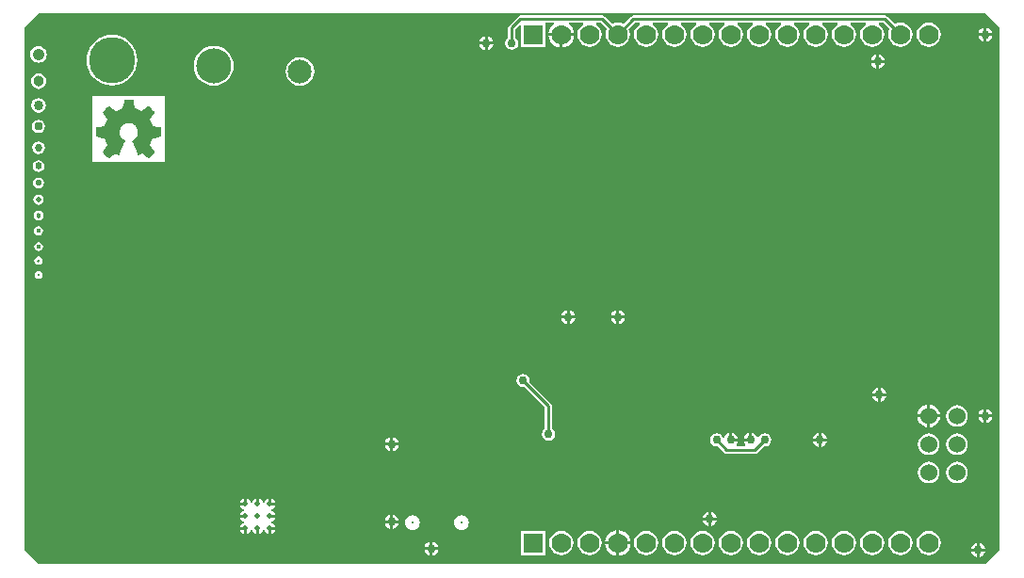
<source format=gbl>
G04 Layer_Physical_Order=2*
G04 Layer_Color=16750899*
%FSAX25Y25*%
%MOIN*%
G70*
G01*
G75*
%ADD39C,0.01000*%
%ADD40C,0.01000*%
%ADD41C,0.07000*%
%ADD42R,0.07000X0.07000*%
%ADD43C,0.06000*%
%ADD44C,0.12400*%
%ADD45C,0.08470*%
%ADD46C,0.16350*%
%ADD47C,0.03790*%
%ADD48C,0.03050*%
%ADD49C,0.02460*%
%ADD50C,0.01990*%
%ADD51C,0.01620*%
%ADD52C,0.01330*%
%ADD53C,0.03000*%
%ADD54C,0.01969*%
%ADD55C,0.01200*%
%ADD56C,0.01460*%
%ADD57C,0.01790*%
%ADD58C,0.02210*%
%ADD59C,0.02740*%
%ADD60C,0.03400*%
%ADD61C,0.04230*%
G36*
X0447500Y0292500D02*
Y0107500D01*
X0442500Y0102500D01*
X0107500D01*
X0102500Y0107500D01*
Y0292500D01*
X0107500Y0297500D01*
X0442500D01*
X0447500Y0292500D01*
D02*
G37*
%LPC*%
G36*
X0345500Y0120949D02*
Y0119000D01*
X0347449D01*
X0347355Y0119475D01*
X0346802Y0120302D01*
X0345975Y0120855D01*
X0345500Y0120949D01*
D02*
G37*
G36*
X0344500D02*
X0344024Y0120855D01*
X0343198Y0120302D01*
X0342645Y0119475D01*
X0342550Y0119000D01*
X0344500D01*
Y0120949D01*
D02*
G37*
G36*
X0233000Y0119949D02*
Y0118000D01*
X0234949D01*
X0234855Y0118475D01*
X0234302Y0119302D01*
X0233475Y0119855D01*
X0233000Y0119949D01*
D02*
G37*
G36*
X0188831Y0125754D02*
X0188557Y0125700D01*
X0187900Y0125261D01*
X0187462Y0124605D01*
X0187420Y0124397D01*
X0186910D01*
X0186869Y0124605D01*
X0186431Y0125261D01*
X0185774Y0125700D01*
X0185500Y0125754D01*
Y0123831D01*
X0184500D01*
Y0125754D01*
X0184226Y0125700D01*
X0183569Y0125261D01*
X0183131Y0124605D01*
X0183089Y0124397D01*
X0182580D01*
X0182538Y0124605D01*
X0182100Y0125261D01*
X0181444Y0125700D01*
X0181169Y0125754D01*
Y0123831D01*
X0180669D01*
Y0123331D01*
X0178746D01*
X0178800Y0123056D01*
X0179239Y0122400D01*
X0179895Y0121962D01*
X0180103Y0121920D01*
Y0121411D01*
X0179895Y0121369D01*
X0179239Y0120931D01*
X0178800Y0120274D01*
X0178746Y0120000D01*
X0180669D01*
Y0119000D01*
X0178746D01*
X0178800Y0118726D01*
X0179239Y0118069D01*
X0179895Y0117631D01*
X0180103Y0117589D01*
Y0117080D01*
X0179895Y0117038D01*
X0179239Y0116600D01*
X0178800Y0115944D01*
X0178746Y0115669D01*
X0180669D01*
Y0115169D01*
X0181169D01*
Y0113246D01*
X0181444Y0113300D01*
X0182100Y0113739D01*
X0182538Y0114395D01*
X0182580Y0114603D01*
X0183089D01*
X0183131Y0114395D01*
X0183569Y0113739D01*
X0184226Y0113300D01*
X0184500Y0113246D01*
Y0115169D01*
X0185500D01*
Y0113246D01*
X0185774Y0113300D01*
X0186431Y0113739D01*
X0186869Y0114395D01*
X0186910Y0114603D01*
X0187420D01*
X0187462Y0114395D01*
X0187900Y0113739D01*
X0188557Y0113300D01*
X0188831Y0113246D01*
Y0115169D01*
X0189331D01*
Y0115669D01*
X0191254D01*
X0191200Y0115944D01*
X0190761Y0116600D01*
X0190105Y0117038D01*
X0189897Y0117080D01*
Y0117589D01*
X0190105Y0117631D01*
X0190761Y0118069D01*
X0191200Y0118726D01*
X0191254Y0119000D01*
X0189331D01*
Y0120000D01*
X0191254D01*
X0191200Y0120274D01*
X0190761Y0120931D01*
X0190105Y0121369D01*
X0189897Y0121411D01*
Y0121920D01*
X0190105Y0121962D01*
X0190761Y0122400D01*
X0191200Y0123056D01*
X0191254Y0123331D01*
X0189331D01*
Y0123831D01*
X0188831D01*
Y0125754D01*
D02*
G37*
G36*
X0189831D02*
Y0124331D01*
X0191254D01*
X0191200Y0124605D01*
X0190761Y0125261D01*
X0190105Y0125700D01*
X0189831Y0125754D01*
D02*
G37*
G36*
X0180169D02*
X0179895Y0125700D01*
X0179239Y0125261D01*
X0178800Y0124605D01*
X0178746Y0124331D01*
X0180169D01*
Y0125754D01*
D02*
G37*
G36*
X0232000Y0119949D02*
X0231524Y0119855D01*
X0230698Y0119302D01*
X0230145Y0118475D01*
X0230050Y0118000D01*
X0232000D01*
Y0119949D01*
D02*
G37*
G36*
Y0117000D02*
X0230050D01*
X0230145Y0116525D01*
X0230698Y0115698D01*
X0231524Y0115145D01*
X0232000Y0115050D01*
Y0117000D01*
D02*
G37*
G36*
X0257161Y0119852D02*
X0256485Y0119763D01*
X0255854Y0119501D01*
X0255313Y0119086D01*
X0254897Y0118545D01*
X0254636Y0117914D01*
X0254547Y0117238D01*
X0254636Y0116561D01*
X0254897Y0115931D01*
X0255313Y0115390D01*
X0255854Y0114974D01*
X0256485Y0114713D01*
X0257161Y0114624D01*
X0257838Y0114713D01*
X0258468Y0114974D01*
X0259009Y0115390D01*
X0259424Y0115931D01*
X0259686Y0116561D01*
X0259775Y0117238D01*
X0259686Y0117914D01*
X0259424Y0118545D01*
X0259009Y0119086D01*
X0258468Y0119501D01*
X0257838Y0119763D01*
X0257161Y0119852D01*
D02*
G37*
G36*
X0239839D02*
X0239162Y0119763D01*
X0238532Y0119501D01*
X0237991Y0119086D01*
X0237576Y0118545D01*
X0237314Y0117914D01*
X0237225Y0117238D01*
X0237314Y0116561D01*
X0237576Y0115931D01*
X0237991Y0115390D01*
X0238532Y0114974D01*
X0239162Y0114713D01*
X0239839Y0114624D01*
X0240515Y0114713D01*
X0241146Y0114974D01*
X0241687Y0115390D01*
X0242103Y0115931D01*
X0242364Y0116561D01*
X0242453Y0117238D01*
X0242364Y0117914D01*
X0242103Y0118545D01*
X0241687Y0119086D01*
X0241146Y0119501D01*
X0240515Y0119763D01*
X0239839Y0119852D01*
D02*
G37*
G36*
X0347449Y0118000D02*
X0345500D01*
Y0116051D01*
X0345975Y0116145D01*
X0346802Y0116698D01*
X0347355Y0117525D01*
X0347449Y0118000D01*
D02*
G37*
G36*
X0344500D02*
X0342550D01*
X0342645Y0117525D01*
X0343198Y0116698D01*
X0344024Y0116145D01*
X0344500Y0116051D01*
Y0118000D01*
D02*
G37*
G36*
X0234949Y0117000D02*
X0233000D01*
Y0115050D01*
X0233475Y0115145D01*
X0234302Y0115698D01*
X0234855Y0116525D01*
X0234949Y0117000D01*
D02*
G37*
G36*
X0422500Y0138833D02*
X0421508Y0138702D01*
X0420584Y0138319D01*
X0419790Y0137710D01*
X0419181Y0136916D01*
X0418798Y0135992D01*
X0418667Y0135000D01*
X0418798Y0134008D01*
X0419181Y0133084D01*
X0419790Y0132290D01*
X0420584Y0131681D01*
X0421508Y0131298D01*
X0422500Y0131167D01*
X0423492Y0131298D01*
X0424416Y0131681D01*
X0425210Y0132290D01*
X0425819Y0133084D01*
X0426202Y0134008D01*
X0426333Y0135000D01*
X0426202Y0135992D01*
X0425819Y0136916D01*
X0425210Y0137710D01*
X0424416Y0138319D01*
X0423492Y0138702D01*
X0422500Y0138833D01*
D02*
G37*
G36*
X0233000Y0147450D02*
Y0145500D01*
X0234949D01*
X0234855Y0145975D01*
X0234302Y0146802D01*
X0233475Y0147355D01*
X0233000Y0147450D01*
D02*
G37*
G36*
X0232000D02*
X0231524Y0147355D01*
X0230698Y0146802D01*
X0230145Y0145975D01*
X0230050Y0145500D01*
X0232000D01*
Y0147450D01*
D02*
G37*
G36*
X0360000Y0148950D02*
Y0146500D01*
X0359500D01*
Y0146000D01*
X0357050D01*
X0357145Y0145525D01*
X0357612Y0144825D01*
X0357423Y0144325D01*
X0354577D01*
X0354388Y0144825D01*
X0354855Y0145525D01*
X0354949Y0146000D01*
X0352500D01*
Y0146500D01*
X0352000D01*
Y0148950D01*
X0351524Y0148855D01*
X0350698Y0148302D01*
X0350157Y0147494D01*
X0349862Y0147436D01*
X0349630Y0147451D01*
X0349158Y0148158D01*
X0348397Y0148667D01*
X0347500Y0148845D01*
X0346603Y0148667D01*
X0345842Y0148158D01*
X0345333Y0147397D01*
X0345155Y0146500D01*
X0345333Y0145603D01*
X0345842Y0144842D01*
X0346603Y0144333D01*
X0347500Y0144155D01*
X0347892Y0144233D01*
X0350063Y0142063D01*
X0350493Y0141775D01*
X0351000Y0141674D01*
X0361000D01*
X0361507Y0141775D01*
X0361937Y0142063D01*
X0364107Y0144233D01*
X0364500Y0144155D01*
X0365397Y0144333D01*
X0366158Y0144842D01*
X0366667Y0145603D01*
X0366845Y0146500D01*
X0366667Y0147397D01*
X0366158Y0148158D01*
X0365397Y0148667D01*
X0364500Y0148845D01*
X0363603Y0148667D01*
X0362842Y0148158D01*
X0362369Y0147451D01*
X0362138Y0147436D01*
X0361843Y0147494D01*
X0361302Y0148302D01*
X0360475Y0148855D01*
X0360000Y0148950D01*
D02*
G37*
G36*
X0359000D02*
X0358524Y0148855D01*
X0357698Y0148302D01*
X0357145Y0147476D01*
X0357050Y0147000D01*
X0359000D01*
Y0148950D01*
D02*
G37*
G36*
X0353000D02*
Y0147000D01*
X0354949D01*
X0354855Y0147476D01*
X0354302Y0148302D01*
X0353475Y0148855D01*
X0353000Y0148950D01*
D02*
G37*
G36*
X0279000Y0169845D02*
X0278103Y0169667D01*
X0277342Y0169158D01*
X0276833Y0168397D01*
X0276655Y0167500D01*
X0276833Y0166603D01*
X0277342Y0165842D01*
X0278103Y0165333D01*
X0279000Y0165155D01*
X0279393Y0165233D01*
X0286659Y0157967D01*
Y0150381D01*
X0286326Y0150158D01*
X0285818Y0149397D01*
X0285639Y0148500D01*
X0285818Y0147603D01*
X0286326Y0146842D01*
X0287087Y0146333D01*
X0287984Y0146155D01*
X0288882Y0146333D01*
X0289643Y0146842D01*
X0290151Y0147603D01*
X0290329Y0148500D01*
X0290151Y0149397D01*
X0289643Y0150158D01*
X0289310Y0150381D01*
Y0158516D01*
X0289209Y0159023D01*
X0288921Y0159453D01*
X0281267Y0167107D01*
X0281345Y0167500D01*
X0281167Y0168397D01*
X0280658Y0169158D01*
X0279897Y0169667D01*
X0279000Y0169845D01*
D02*
G37*
G36*
X0386450Y0146000D02*
X0384500D01*
Y0144051D01*
X0384976Y0144145D01*
X0385802Y0144698D01*
X0386355Y0145525D01*
X0386450Y0146000D01*
D02*
G37*
G36*
X0432500Y0148833D02*
X0431508Y0148702D01*
X0430584Y0148319D01*
X0429790Y0147710D01*
X0429181Y0146916D01*
X0428798Y0145992D01*
X0428667Y0145000D01*
X0428798Y0144008D01*
X0429181Y0143084D01*
X0429790Y0142290D01*
X0430584Y0141681D01*
X0431508Y0141298D01*
X0432500Y0141167D01*
X0433492Y0141298D01*
X0434416Y0141681D01*
X0435210Y0142290D01*
X0435819Y0143084D01*
X0436202Y0144008D01*
X0436333Y0145000D01*
X0436202Y0145992D01*
X0435819Y0146916D01*
X0435210Y0147710D01*
X0434416Y0148319D01*
X0433492Y0148702D01*
X0432500Y0148833D01*
D02*
G37*
G36*
X0422500D02*
X0421508Y0148702D01*
X0420584Y0148319D01*
X0419790Y0147710D01*
X0419181Y0146916D01*
X0418798Y0145992D01*
X0418667Y0145000D01*
X0418798Y0144008D01*
X0419181Y0143084D01*
X0419790Y0142290D01*
X0420584Y0141681D01*
X0421508Y0141298D01*
X0422500Y0141167D01*
X0423492Y0141298D01*
X0424416Y0141681D01*
X0425210Y0142290D01*
X0425819Y0143084D01*
X0426202Y0144008D01*
X0426333Y0145000D01*
X0426202Y0145992D01*
X0425819Y0146916D01*
X0425210Y0147710D01*
X0424416Y0148319D01*
X0423492Y0148702D01*
X0422500Y0148833D01*
D02*
G37*
G36*
X0432500Y0138833D02*
X0431508Y0138702D01*
X0430584Y0138319D01*
X0429790Y0137710D01*
X0429181Y0136916D01*
X0428798Y0135992D01*
X0428667Y0135000D01*
X0428798Y0134008D01*
X0429181Y0133084D01*
X0429790Y0132290D01*
X0430584Y0131681D01*
X0431508Y0131298D01*
X0432500Y0131167D01*
X0433492Y0131298D01*
X0434416Y0131681D01*
X0435210Y0132290D01*
X0435819Y0133084D01*
X0436202Y0134008D01*
X0436333Y0135000D01*
X0436202Y0135992D01*
X0435819Y0136916D01*
X0435210Y0137710D01*
X0434416Y0138319D01*
X0433492Y0138702D01*
X0432500Y0138833D01*
D02*
G37*
G36*
X0383500Y0146000D02*
X0381551D01*
X0381645Y0145525D01*
X0382198Y0144698D01*
X0383025Y0144145D01*
X0383500Y0144051D01*
Y0146000D01*
D02*
G37*
G36*
X0234949Y0144500D02*
X0233000D01*
Y0142551D01*
X0233475Y0142645D01*
X0234302Y0143198D01*
X0234855Y0144025D01*
X0234949Y0144500D01*
D02*
G37*
G36*
X0232000D02*
X0230050D01*
X0230145Y0144025D01*
X0230698Y0143198D01*
X0231524Y0142645D01*
X0232000Y0142551D01*
Y0144500D01*
D02*
G37*
G36*
X0191254Y0114669D02*
X0189831D01*
Y0113246D01*
X0190105Y0113300D01*
X0190761Y0113739D01*
X0191200Y0114395D01*
X0191254Y0114669D01*
D02*
G37*
G36*
X0332500Y0114337D02*
X0331378Y0114189D01*
X0330331Y0113756D01*
X0329433Y0113067D01*
X0328744Y0112169D01*
X0328311Y0111123D01*
X0328163Y0110000D01*
X0328311Y0108878D01*
X0328744Y0107831D01*
X0329433Y0106933D01*
X0330331Y0106244D01*
X0331378Y0105811D01*
X0332500Y0105663D01*
X0333623Y0105811D01*
X0334669Y0106244D01*
X0335567Y0106933D01*
X0336256Y0107831D01*
X0336689Y0108878D01*
X0336837Y0110000D01*
X0336689Y0111123D01*
X0336256Y0112169D01*
X0335567Y0113067D01*
X0334669Y0113756D01*
X0333623Y0114189D01*
X0332500Y0114337D01*
D02*
G37*
G36*
X0322500D02*
X0321377Y0114189D01*
X0320331Y0113756D01*
X0319433Y0113067D01*
X0318744Y0112169D01*
X0318311Y0111123D01*
X0318163Y0110000D01*
X0318311Y0108878D01*
X0318744Y0107831D01*
X0319433Y0106933D01*
X0320331Y0106244D01*
X0321377Y0105811D01*
X0322500Y0105663D01*
X0323622Y0105811D01*
X0324669Y0106244D01*
X0325567Y0106933D01*
X0326256Y0107831D01*
X0326689Y0108878D01*
X0326837Y0110000D01*
X0326689Y0111123D01*
X0326256Y0112169D01*
X0325567Y0113067D01*
X0324669Y0113756D01*
X0323622Y0114189D01*
X0322500Y0114337D01*
D02*
G37*
G36*
X0302500D02*
X0301378Y0114189D01*
X0300331Y0113756D01*
X0299433Y0113067D01*
X0298744Y0112169D01*
X0298311Y0111123D01*
X0298163Y0110000D01*
X0298311Y0108878D01*
X0298744Y0107831D01*
X0299433Y0106933D01*
X0300331Y0106244D01*
X0301378Y0105811D01*
X0302500Y0105663D01*
X0303623Y0105811D01*
X0304669Y0106244D01*
X0305567Y0106933D01*
X0306256Y0107831D01*
X0306689Y0108878D01*
X0306837Y0110000D01*
X0306689Y0111123D01*
X0306256Y0112169D01*
X0305567Y0113067D01*
X0304669Y0113756D01*
X0303623Y0114189D01*
X0302500Y0114337D01*
D02*
G37*
G36*
X0362500D02*
X0361378Y0114189D01*
X0360331Y0113756D01*
X0359433Y0113067D01*
X0358744Y0112169D01*
X0358311Y0111123D01*
X0358163Y0110000D01*
X0358311Y0108878D01*
X0358744Y0107831D01*
X0359433Y0106933D01*
X0360331Y0106244D01*
X0361378Y0105811D01*
X0362500Y0105663D01*
X0363622Y0105811D01*
X0364669Y0106244D01*
X0365567Y0106933D01*
X0366256Y0107831D01*
X0366689Y0108878D01*
X0366837Y0110000D01*
X0366689Y0111123D01*
X0366256Y0112169D01*
X0365567Y0113067D01*
X0364669Y0113756D01*
X0363622Y0114189D01*
X0362500Y0114337D01*
D02*
G37*
G36*
X0352500D02*
X0351378Y0114189D01*
X0350331Y0113756D01*
X0349433Y0113067D01*
X0348744Y0112169D01*
X0348311Y0111123D01*
X0348163Y0110000D01*
X0348311Y0108878D01*
X0348744Y0107831D01*
X0349433Y0106933D01*
X0350331Y0106244D01*
X0351378Y0105811D01*
X0352500Y0105663D01*
X0353623Y0105811D01*
X0354669Y0106244D01*
X0355567Y0106933D01*
X0356256Y0107831D01*
X0356689Y0108878D01*
X0356837Y0110000D01*
X0356689Y0111123D01*
X0356256Y0112169D01*
X0355567Y0113067D01*
X0354669Y0113756D01*
X0353623Y0114189D01*
X0352500Y0114337D01*
D02*
G37*
G36*
X0342500D02*
X0341377Y0114189D01*
X0340331Y0113756D01*
X0339433Y0113067D01*
X0338744Y0112169D01*
X0338311Y0111123D01*
X0338163Y0110000D01*
X0338311Y0108878D01*
X0338744Y0107831D01*
X0339433Y0106933D01*
X0340331Y0106244D01*
X0341377Y0105811D01*
X0342500Y0105663D01*
X0343622Y0105811D01*
X0344669Y0106244D01*
X0345567Y0106933D01*
X0346256Y0107831D01*
X0346689Y0108878D01*
X0346837Y0110000D01*
X0346689Y0111123D01*
X0346256Y0112169D01*
X0345567Y0113067D01*
X0344669Y0113756D01*
X0343622Y0114189D01*
X0342500Y0114337D01*
D02*
G37*
G36*
X0292500D02*
X0291377Y0114189D01*
X0290331Y0113756D01*
X0289433Y0113067D01*
X0288744Y0112169D01*
X0288311Y0111123D01*
X0288163Y0110000D01*
X0288311Y0108878D01*
X0288744Y0107831D01*
X0289433Y0106933D01*
X0290331Y0106244D01*
X0291377Y0105811D01*
X0292500Y0105663D01*
X0293622Y0105811D01*
X0294669Y0106244D01*
X0295567Y0106933D01*
X0296256Y0107831D01*
X0296689Y0108878D01*
X0296837Y0110000D01*
X0296689Y0111123D01*
X0296256Y0112169D01*
X0295567Y0113067D01*
X0294669Y0113756D01*
X0293622Y0114189D01*
X0292500Y0114337D01*
D02*
G37*
G36*
X0312000Y0109500D02*
X0308027D01*
X0308116Y0108825D01*
X0308569Y0107731D01*
X0309291Y0106791D01*
X0310231Y0106069D01*
X0311325Y0105616D01*
X0312000Y0105527D01*
Y0109500D01*
D02*
G37*
G36*
X0442450Y0107000D02*
X0440500D01*
Y0105051D01*
X0440976Y0105145D01*
X0441802Y0105698D01*
X0442355Y0106525D01*
X0442450Y0107000D01*
D02*
G37*
G36*
X0439500D02*
X0437550D01*
X0437645Y0106525D01*
X0438198Y0105698D01*
X0439024Y0105145D01*
X0439500Y0105051D01*
Y0107000D01*
D02*
G37*
G36*
X0248950Y0107500D02*
X0247000D01*
Y0105551D01*
X0247476Y0105645D01*
X0248302Y0106198D01*
X0248855Y0107025D01*
X0248950Y0107500D01*
D02*
G37*
G36*
X0246000D02*
X0244051D01*
X0244145Y0107025D01*
X0244698Y0106198D01*
X0245525Y0105645D01*
X0246000Y0105551D01*
Y0107500D01*
D02*
G37*
G36*
X0316973Y0109500D02*
X0313000D01*
Y0105527D01*
X0313675Y0105616D01*
X0314769Y0106069D01*
X0315709Y0106791D01*
X0316431Y0107731D01*
X0316884Y0108825D01*
X0316973Y0109500D01*
D02*
G37*
G36*
X0372500Y0114337D02*
X0371377Y0114189D01*
X0370331Y0113756D01*
X0369433Y0113067D01*
X0368744Y0112169D01*
X0368311Y0111123D01*
X0368163Y0110000D01*
X0368311Y0108878D01*
X0368744Y0107831D01*
X0369433Y0106933D01*
X0370331Y0106244D01*
X0371377Y0105811D01*
X0372500Y0105663D01*
X0373622Y0105811D01*
X0374669Y0106244D01*
X0375567Y0106933D01*
X0376256Y0107831D01*
X0376689Y0108878D01*
X0376837Y0110000D01*
X0376689Y0111123D01*
X0376256Y0112169D01*
X0375567Y0113067D01*
X0374669Y0113756D01*
X0373622Y0114189D01*
X0372500Y0114337D01*
D02*
G37*
G36*
X0247000Y0110450D02*
Y0108500D01*
X0248950D01*
X0248855Y0108976D01*
X0248302Y0109802D01*
X0247476Y0110355D01*
X0247000Y0110450D01*
D02*
G37*
G36*
X0246000D02*
X0245525Y0110355D01*
X0244698Y0109802D01*
X0244145Y0108976D01*
X0244051Y0108500D01*
X0246000D01*
Y0110450D01*
D02*
G37*
G36*
X0440500Y0109950D02*
Y0108000D01*
X0442450D01*
X0442355Y0108475D01*
X0441802Y0109302D01*
X0440976Y0109855D01*
X0440500Y0109950D01*
D02*
G37*
G36*
X0180169Y0114669D02*
X0178746D01*
X0178800Y0114395D01*
X0179239Y0113739D01*
X0179895Y0113300D01*
X0180169Y0113246D01*
Y0114669D01*
D02*
G37*
G36*
X0313000Y0114473D02*
Y0110500D01*
X0316973D01*
X0316884Y0111175D01*
X0316431Y0112269D01*
X0315709Y0113209D01*
X0314769Y0113931D01*
X0313675Y0114384D01*
X0313000Y0114473D01*
D02*
G37*
G36*
X0312000D02*
X0311325Y0114384D01*
X0310231Y0113931D01*
X0309291Y0113209D01*
X0308569Y0112269D01*
X0308116Y0111175D01*
X0308027Y0110500D01*
X0312000D01*
Y0114473D01*
D02*
G37*
G36*
X0439500Y0109950D02*
X0439024Y0109855D01*
X0438198Y0109302D01*
X0437645Y0108475D01*
X0437550Y0108000D01*
X0439500D01*
Y0109950D01*
D02*
G37*
G36*
X0402500Y0114337D02*
X0401377Y0114189D01*
X0400331Y0113756D01*
X0399433Y0113067D01*
X0398744Y0112169D01*
X0398311Y0111123D01*
X0398163Y0110000D01*
X0398311Y0108878D01*
X0398744Y0107831D01*
X0399433Y0106933D01*
X0400331Y0106244D01*
X0401377Y0105811D01*
X0402500Y0105663D01*
X0403622Y0105811D01*
X0404669Y0106244D01*
X0405567Y0106933D01*
X0406256Y0107831D01*
X0406689Y0108878D01*
X0406837Y0110000D01*
X0406689Y0111123D01*
X0406256Y0112169D01*
X0405567Y0113067D01*
X0404669Y0113756D01*
X0403622Y0114189D01*
X0402500Y0114337D01*
D02*
G37*
G36*
X0392500D02*
X0391377Y0114189D01*
X0390331Y0113756D01*
X0389433Y0113067D01*
X0388744Y0112169D01*
X0388311Y0111123D01*
X0388163Y0110000D01*
X0388311Y0108878D01*
X0388744Y0107831D01*
X0389433Y0106933D01*
X0390331Y0106244D01*
X0391377Y0105811D01*
X0392500Y0105663D01*
X0393622Y0105811D01*
X0394669Y0106244D01*
X0395567Y0106933D01*
X0396256Y0107831D01*
X0396689Y0108878D01*
X0396837Y0110000D01*
X0396689Y0111123D01*
X0396256Y0112169D01*
X0395567Y0113067D01*
X0394669Y0113756D01*
X0393622Y0114189D01*
X0392500Y0114337D01*
D02*
G37*
G36*
X0382500D02*
X0381378Y0114189D01*
X0380331Y0113756D01*
X0379433Y0113067D01*
X0378744Y0112169D01*
X0378311Y0111123D01*
X0378163Y0110000D01*
X0378311Y0108878D01*
X0378744Y0107831D01*
X0379433Y0106933D01*
X0380331Y0106244D01*
X0381378Y0105811D01*
X0382500Y0105663D01*
X0383623Y0105811D01*
X0384669Y0106244D01*
X0385567Y0106933D01*
X0386256Y0107831D01*
X0386689Y0108878D01*
X0386837Y0110000D01*
X0386689Y0111123D01*
X0386256Y0112169D01*
X0385567Y0113067D01*
X0384669Y0113756D01*
X0383623Y0114189D01*
X0382500Y0114337D01*
D02*
G37*
G36*
X0286800Y0114300D02*
X0278200D01*
Y0105700D01*
X0286800D01*
Y0114300D01*
D02*
G37*
G36*
X0422500Y0114337D02*
X0421378Y0114189D01*
X0420331Y0113756D01*
X0419433Y0113067D01*
X0418744Y0112169D01*
X0418311Y0111123D01*
X0418163Y0110000D01*
X0418311Y0108878D01*
X0418744Y0107831D01*
X0419433Y0106933D01*
X0420331Y0106244D01*
X0421378Y0105811D01*
X0422500Y0105663D01*
X0423623Y0105811D01*
X0424669Y0106244D01*
X0425567Y0106933D01*
X0426256Y0107831D01*
X0426689Y0108878D01*
X0426837Y0110000D01*
X0426689Y0111123D01*
X0426256Y0112169D01*
X0425567Y0113067D01*
X0424669Y0113756D01*
X0423623Y0114189D01*
X0422500Y0114337D01*
D02*
G37*
G36*
X0412500D02*
X0411377Y0114189D01*
X0410331Y0113756D01*
X0409433Y0113067D01*
X0408744Y0112169D01*
X0408311Y0111123D01*
X0408163Y0110000D01*
X0408311Y0108878D01*
X0408744Y0107831D01*
X0409433Y0106933D01*
X0410331Y0106244D01*
X0411377Y0105811D01*
X0412500Y0105663D01*
X0413623Y0105811D01*
X0414669Y0106244D01*
X0415567Y0106933D01*
X0416256Y0107831D01*
X0416689Y0108878D01*
X0416837Y0110000D01*
X0416689Y0111123D01*
X0416256Y0112169D01*
X0415567Y0113067D01*
X0414669Y0113756D01*
X0413623Y0114189D01*
X0412500Y0114337D01*
D02*
G37*
G36*
X0169500Y0286034D02*
X0168128Y0285899D01*
X0166808Y0285498D01*
X0165592Y0284848D01*
X0164526Y0283974D01*
X0163652Y0282908D01*
X0163002Y0281692D01*
X0162601Y0280372D01*
X0162466Y0279000D01*
X0162601Y0277628D01*
X0163002Y0276308D01*
X0163652Y0275092D01*
X0164526Y0274026D01*
X0165592Y0273151D01*
X0166808Y0272501D01*
X0168128Y0272101D01*
X0169500Y0271966D01*
X0170872Y0272101D01*
X0172192Y0272501D01*
X0173408Y0273151D01*
X0174474Y0274026D01*
X0175348Y0275092D01*
X0175998Y0276308D01*
X0176399Y0277628D01*
X0176534Y0279000D01*
X0176399Y0280372D01*
X0175998Y0281692D01*
X0175348Y0282908D01*
X0174474Y0283974D01*
X0173408Y0284848D01*
X0172192Y0285498D01*
X0170872Y0285899D01*
X0169500Y0286034D01*
D02*
G37*
G36*
X0200000Y0282079D02*
X0198686Y0281905D01*
X0197461Y0281398D01*
X0196409Y0280591D01*
X0195602Y0279539D01*
X0195095Y0278314D01*
X0194922Y0277000D01*
X0195095Y0275686D01*
X0195602Y0274461D01*
X0196409Y0273409D01*
X0197461Y0272602D01*
X0198686Y0272095D01*
X0200000Y0271921D01*
X0201314Y0272095D01*
X0202539Y0272602D01*
X0203591Y0273409D01*
X0204398Y0274461D01*
X0204905Y0275686D01*
X0205079Y0277000D01*
X0204905Y0278314D01*
X0204398Y0279539D01*
X0203591Y0280591D01*
X0202539Y0281398D01*
X0201314Y0281905D01*
X0200000Y0282079D01*
D02*
G37*
G36*
X0107500Y0276218D02*
X0106797Y0276126D01*
X0106141Y0275854D01*
X0105578Y0275422D01*
X0105146Y0274859D01*
X0104874Y0274203D01*
X0104782Y0273500D01*
X0104874Y0272797D01*
X0105146Y0272141D01*
X0105578Y0271578D01*
X0106141Y0271146D01*
X0106797Y0270874D01*
X0107500Y0270782D01*
X0108203Y0270874D01*
X0108859Y0271146D01*
X0109422Y0271578D01*
X0109854Y0272141D01*
X0110126Y0272797D01*
X0110218Y0273500D01*
X0110126Y0274203D01*
X0109854Y0274859D01*
X0109422Y0275422D01*
X0108859Y0275854D01*
X0108203Y0276126D01*
X0107500Y0276218D01*
D02*
G37*
G36*
X0133500Y0290018D02*
X0131741Y0289845D01*
X0130049Y0289332D01*
X0128490Y0288498D01*
X0127123Y0287377D01*
X0126001Y0286010D01*
X0125168Y0284451D01*
X0124655Y0282759D01*
X0124482Y0281000D01*
X0124655Y0279241D01*
X0125168Y0277549D01*
X0126001Y0275990D01*
X0127123Y0274623D01*
X0128490Y0273501D01*
X0130049Y0272668D01*
X0131741Y0272155D01*
X0133500Y0271982D01*
X0135259Y0272155D01*
X0136951Y0272668D01*
X0138510Y0273501D01*
X0139877Y0274623D01*
X0140999Y0275990D01*
X0141832Y0277549D01*
X0142345Y0279241D01*
X0142518Y0281000D01*
X0142345Y0282759D01*
X0141832Y0284451D01*
X0140999Y0286010D01*
X0139877Y0287377D01*
X0138510Y0288498D01*
X0136951Y0289332D01*
X0135259Y0289845D01*
X0133500Y0290018D01*
D02*
G37*
G36*
X0107500Y0285940D02*
X0106739Y0285840D01*
X0106030Y0285546D01*
X0105421Y0285079D01*
X0104954Y0284470D01*
X0104660Y0283761D01*
X0104560Y0283000D01*
X0104660Y0282239D01*
X0104954Y0281530D01*
X0105421Y0280921D01*
X0106030Y0280454D01*
X0106739Y0280160D01*
X0107500Y0280060D01*
X0108261Y0280160D01*
X0108970Y0280454D01*
X0109579Y0280921D01*
X0110046Y0281530D01*
X0110340Y0282239D01*
X0110440Y0283000D01*
X0110340Y0283761D01*
X0110046Y0284470D01*
X0109579Y0285079D01*
X0108970Y0285546D01*
X0108261Y0285840D01*
X0107500Y0285940D01*
D02*
G37*
G36*
X0406950Y0280000D02*
X0405000D01*
Y0278050D01*
X0405476Y0278145D01*
X0406302Y0278698D01*
X0406855Y0279524D01*
X0406950Y0280000D01*
D02*
G37*
G36*
X0404000D02*
X0402050D01*
X0402145Y0279524D01*
X0402698Y0278698D01*
X0403524Y0278145D01*
X0404000Y0278050D01*
Y0280000D01*
D02*
G37*
G36*
X0107500Y0245570D02*
X0106708Y0245412D01*
X0106036Y0244964D01*
X0105588Y0244292D01*
X0105430Y0243500D01*
X0105588Y0242708D01*
X0106036Y0242037D01*
X0106708Y0241588D01*
X0107500Y0241430D01*
X0108292Y0241588D01*
X0108964Y0242037D01*
X0109412Y0242708D01*
X0109570Y0243500D01*
X0109412Y0244292D01*
X0108964Y0244964D01*
X0108292Y0245412D01*
X0107500Y0245570D01*
D02*
G37*
G36*
Y0239442D02*
X0106757Y0239295D01*
X0106127Y0238873D01*
X0105705Y0238243D01*
X0105558Y0237500D01*
X0105705Y0236757D01*
X0106127Y0236127D01*
X0106757Y0235705D01*
X0107500Y0235558D01*
X0108243Y0235705D01*
X0108873Y0236127D01*
X0109294Y0236757D01*
X0109442Y0237500D01*
X0109294Y0238243D01*
X0108873Y0238873D01*
X0108243Y0239295D01*
X0107500Y0239442D01*
D02*
G37*
G36*
Y0233330D02*
X0106800Y0233191D01*
X0106206Y0232794D01*
X0105809Y0232200D01*
X0105670Y0231500D01*
X0105809Y0230800D01*
X0106206Y0230206D01*
X0106800Y0229809D01*
X0107500Y0229670D01*
X0108200Y0229809D01*
X0108794Y0230206D01*
X0109191Y0230800D01*
X0109330Y0231500D01*
X0109191Y0232200D01*
X0108794Y0232794D01*
X0108200Y0233191D01*
X0107500Y0233330D01*
D02*
G37*
G36*
X0152319Y0268401D02*
X0126562D01*
Y0244941D01*
X0152319D01*
Y0268401D01*
D02*
G37*
G36*
X0107500Y0267549D02*
X0106525Y0267355D01*
X0105698Y0266802D01*
X0105145Y0265975D01*
X0104951Y0265000D01*
X0105145Y0264024D01*
X0105698Y0263198D01*
X0106525Y0262645D01*
X0107500Y0262451D01*
X0108475Y0262645D01*
X0109302Y0263198D01*
X0109855Y0264024D01*
X0110049Y0265000D01*
X0109855Y0265975D01*
X0109302Y0266802D01*
X0108475Y0267355D01*
X0107500Y0267549D01*
D02*
G37*
G36*
Y0259871D02*
X0106593Y0259690D01*
X0105824Y0259176D01*
X0105310Y0258407D01*
X0105129Y0257500D01*
X0105310Y0256593D01*
X0105824Y0255824D01*
X0106593Y0255310D01*
X0107500Y0255129D01*
X0108407Y0255310D01*
X0109176Y0255824D01*
X0109690Y0256593D01*
X0109871Y0257500D01*
X0109690Y0258407D01*
X0109176Y0259176D01*
X0108407Y0259690D01*
X0107500Y0259871D01*
D02*
G37*
G36*
Y0252213D02*
X0106653Y0252044D01*
X0105936Y0251565D01*
X0105456Y0250847D01*
X0105288Y0250000D01*
X0105456Y0249153D01*
X0105936Y0248435D01*
X0106653Y0247956D01*
X0107500Y0247787D01*
X0108347Y0247956D01*
X0109064Y0248435D01*
X0109544Y0249153D01*
X0109713Y0250000D01*
X0109544Y0250847D01*
X0109064Y0251565D01*
X0108347Y0252044D01*
X0107500Y0252213D01*
D02*
G37*
G36*
X0442000Y0289500D02*
X0440051D01*
X0440145Y0289024D01*
X0440698Y0288198D01*
X0441525Y0287645D01*
X0442000Y0287550D01*
Y0289500D01*
D02*
G37*
G36*
X0266500Y0289450D02*
Y0287500D01*
X0268449D01*
X0268355Y0287976D01*
X0267802Y0288802D01*
X0266975Y0289355D01*
X0266500Y0289450D01*
D02*
G37*
G36*
X0265500D02*
X0265024Y0289355D01*
X0264198Y0288802D01*
X0263645Y0287976D01*
X0263550Y0287500D01*
X0265500D01*
Y0289450D01*
D02*
G37*
G36*
X0444949Y0289500D02*
X0443000D01*
Y0287550D01*
X0443475Y0287645D01*
X0444302Y0288198D01*
X0444855Y0289024D01*
X0444949Y0289500D01*
D02*
G37*
G36*
X0407000Y0296826D02*
X0318000D01*
X0317493Y0296725D01*
X0317063Y0296437D01*
X0314466Y0293840D01*
X0313622Y0294189D01*
X0312500Y0294337D01*
X0311378Y0294189D01*
X0310534Y0293840D01*
X0307937Y0296437D01*
X0307507Y0296725D01*
X0307000Y0296826D01*
X0278000D01*
X0277493Y0296725D01*
X0277063Y0296437D01*
X0274063Y0293437D01*
X0273775Y0293007D01*
X0273675Y0292500D01*
Y0288880D01*
X0273342Y0288658D01*
X0272833Y0287897D01*
X0272655Y0287000D01*
X0272833Y0286103D01*
X0273342Y0285342D01*
X0274103Y0284833D01*
X0275000Y0284655D01*
X0275897Y0284833D01*
X0276658Y0285342D01*
X0277167Y0286103D01*
X0277345Y0287000D01*
X0277167Y0287897D01*
X0276658Y0288658D01*
X0276325Y0288880D01*
Y0291951D01*
X0277738Y0293364D01*
X0278200Y0293172D01*
Y0285700D01*
X0286800D01*
Y0294175D01*
X0289727D01*
X0289897Y0293674D01*
X0289291Y0293209D01*
X0288569Y0292269D01*
X0288116Y0291175D01*
X0288027Y0290500D01*
X0296973D01*
X0296884Y0291175D01*
X0296431Y0292269D01*
X0295709Y0293209D01*
X0295103Y0293674D01*
X0295273Y0294175D01*
X0300109D01*
X0300225Y0293674D01*
X0299433Y0293067D01*
X0298744Y0292169D01*
X0298311Y0291123D01*
X0298163Y0290000D01*
X0298311Y0288878D01*
X0298744Y0287831D01*
X0299433Y0286933D01*
X0300331Y0286244D01*
X0301378Y0285811D01*
X0302500Y0285663D01*
X0303623Y0285811D01*
X0304669Y0286244D01*
X0305567Y0286933D01*
X0306256Y0287831D01*
X0306689Y0288878D01*
X0306837Y0290000D01*
X0306689Y0291123D01*
X0306256Y0292169D01*
X0305567Y0293067D01*
X0304775Y0293674D01*
X0304891Y0294175D01*
X0306451D01*
X0308660Y0291966D01*
X0308311Y0291123D01*
X0308163Y0290000D01*
X0308311Y0288878D01*
X0308744Y0287831D01*
X0309433Y0286933D01*
X0310331Y0286244D01*
X0311378Y0285811D01*
X0312500Y0285663D01*
X0313622Y0285811D01*
X0314669Y0286244D01*
X0315567Y0286933D01*
X0316256Y0287831D01*
X0316689Y0288878D01*
X0316837Y0290000D01*
X0316689Y0291123D01*
X0316340Y0291966D01*
X0318549Y0294175D01*
X0320109D01*
X0320225Y0293674D01*
X0319433Y0293067D01*
X0318744Y0292169D01*
X0318311Y0291123D01*
X0318163Y0290000D01*
X0318311Y0288878D01*
X0318744Y0287831D01*
X0319433Y0286933D01*
X0320331Y0286244D01*
X0321377Y0285811D01*
X0322500Y0285663D01*
X0323622Y0285811D01*
X0324669Y0286244D01*
X0325567Y0286933D01*
X0326256Y0287831D01*
X0326689Y0288878D01*
X0326837Y0290000D01*
X0326689Y0291123D01*
X0326256Y0292169D01*
X0325567Y0293067D01*
X0324775Y0293674D01*
X0324891Y0294175D01*
X0330108D01*
X0330225Y0293674D01*
X0329433Y0293067D01*
X0328744Y0292169D01*
X0328311Y0291123D01*
X0328163Y0290000D01*
X0328311Y0288878D01*
X0328744Y0287831D01*
X0329433Y0286933D01*
X0330331Y0286244D01*
X0331378Y0285811D01*
X0332500Y0285663D01*
X0333623Y0285811D01*
X0334669Y0286244D01*
X0335567Y0286933D01*
X0336256Y0287831D01*
X0336689Y0288878D01*
X0336837Y0290000D01*
X0336689Y0291123D01*
X0336256Y0292169D01*
X0335567Y0293067D01*
X0334775Y0293674D01*
X0334892Y0294175D01*
X0340108D01*
X0340225Y0293674D01*
X0339433Y0293067D01*
X0338744Y0292169D01*
X0338311Y0291123D01*
X0338163Y0290000D01*
X0338311Y0288878D01*
X0338744Y0287831D01*
X0339433Y0286933D01*
X0340331Y0286244D01*
X0341377Y0285811D01*
X0342500Y0285663D01*
X0343622Y0285811D01*
X0344669Y0286244D01*
X0345567Y0286933D01*
X0346256Y0287831D01*
X0346689Y0288878D01*
X0346837Y0290000D01*
X0346689Y0291123D01*
X0346256Y0292169D01*
X0345567Y0293067D01*
X0344775Y0293674D01*
X0344892Y0294175D01*
X0350109D01*
X0350225Y0293674D01*
X0349433Y0293067D01*
X0348744Y0292169D01*
X0348311Y0291123D01*
X0348163Y0290000D01*
X0348311Y0288878D01*
X0348744Y0287831D01*
X0349433Y0286933D01*
X0350331Y0286244D01*
X0351378Y0285811D01*
X0352500Y0285663D01*
X0353623Y0285811D01*
X0354669Y0286244D01*
X0355567Y0286933D01*
X0356256Y0287831D01*
X0356689Y0288878D01*
X0356837Y0290000D01*
X0356689Y0291123D01*
X0356256Y0292169D01*
X0355567Y0293067D01*
X0354775Y0293674D01*
X0354891Y0294175D01*
X0360108D01*
X0360225Y0293674D01*
X0359433Y0293067D01*
X0358744Y0292169D01*
X0358311Y0291123D01*
X0358163Y0290000D01*
X0358311Y0288878D01*
X0358744Y0287831D01*
X0359433Y0286933D01*
X0360331Y0286244D01*
X0361378Y0285811D01*
X0362500Y0285663D01*
X0363622Y0285811D01*
X0364669Y0286244D01*
X0365567Y0286933D01*
X0366256Y0287831D01*
X0366689Y0288878D01*
X0366837Y0290000D01*
X0366689Y0291123D01*
X0366256Y0292169D01*
X0365567Y0293067D01*
X0364775Y0293674D01*
X0364892Y0294175D01*
X0370109D01*
X0370225Y0293674D01*
X0369433Y0293067D01*
X0368744Y0292169D01*
X0368311Y0291123D01*
X0368163Y0290000D01*
X0368311Y0288878D01*
X0368744Y0287831D01*
X0369433Y0286933D01*
X0370331Y0286244D01*
X0371377Y0285811D01*
X0372500Y0285663D01*
X0373622Y0285811D01*
X0374669Y0286244D01*
X0375567Y0286933D01*
X0376256Y0287831D01*
X0376689Y0288878D01*
X0376837Y0290000D01*
X0376689Y0291123D01*
X0376256Y0292169D01*
X0375567Y0293067D01*
X0374775Y0293674D01*
X0374891Y0294175D01*
X0380108D01*
X0380225Y0293674D01*
X0379433Y0293067D01*
X0378744Y0292169D01*
X0378311Y0291123D01*
X0378163Y0290000D01*
X0378311Y0288878D01*
X0378744Y0287831D01*
X0379433Y0286933D01*
X0380331Y0286244D01*
X0381378Y0285811D01*
X0382500Y0285663D01*
X0383623Y0285811D01*
X0384669Y0286244D01*
X0385567Y0286933D01*
X0386256Y0287831D01*
X0386689Y0288878D01*
X0386837Y0290000D01*
X0386689Y0291123D01*
X0386256Y0292169D01*
X0385567Y0293067D01*
X0384775Y0293674D01*
X0384892Y0294175D01*
X0390108D01*
X0390225Y0293674D01*
X0389433Y0293067D01*
X0388744Y0292169D01*
X0388311Y0291123D01*
X0388163Y0290000D01*
X0388311Y0288878D01*
X0388744Y0287831D01*
X0389433Y0286933D01*
X0390331Y0286244D01*
X0391377Y0285811D01*
X0392500Y0285663D01*
X0393622Y0285811D01*
X0394669Y0286244D01*
X0395567Y0286933D01*
X0396256Y0287831D01*
X0396689Y0288878D01*
X0396837Y0290000D01*
X0396689Y0291123D01*
X0396256Y0292169D01*
X0395567Y0293067D01*
X0394775Y0293674D01*
X0394892Y0294175D01*
X0400108D01*
X0400225Y0293674D01*
X0399433Y0293067D01*
X0398744Y0292169D01*
X0398311Y0291123D01*
X0398163Y0290000D01*
X0398311Y0288878D01*
X0398744Y0287831D01*
X0399433Y0286933D01*
X0400331Y0286244D01*
X0401377Y0285811D01*
X0402500Y0285663D01*
X0403622Y0285811D01*
X0404669Y0286244D01*
X0405567Y0286933D01*
X0406256Y0287831D01*
X0406689Y0288878D01*
X0406837Y0290000D01*
X0406689Y0291123D01*
X0406256Y0292169D01*
X0405567Y0293067D01*
X0404775Y0293674D01*
X0404891Y0294175D01*
X0406451D01*
X0408660Y0291966D01*
X0408311Y0291123D01*
X0408163Y0290000D01*
X0408311Y0288878D01*
X0408744Y0287831D01*
X0409433Y0286933D01*
X0410331Y0286244D01*
X0411377Y0285811D01*
X0412500Y0285663D01*
X0413623Y0285811D01*
X0414669Y0286244D01*
X0415567Y0286933D01*
X0416256Y0287831D01*
X0416689Y0288878D01*
X0416837Y0290000D01*
X0416689Y0291123D01*
X0416256Y0292169D01*
X0415567Y0293067D01*
X0414669Y0293756D01*
X0413623Y0294189D01*
X0412500Y0294337D01*
X0411377Y0294189D01*
X0410534Y0293840D01*
X0407937Y0296437D01*
X0407507Y0296725D01*
X0407000Y0296826D01*
D02*
G37*
G36*
X0443000Y0292449D02*
Y0290500D01*
X0444949D01*
X0444855Y0290975D01*
X0444302Y0291802D01*
X0443475Y0292355D01*
X0443000Y0292449D01*
D02*
G37*
G36*
X0442000D02*
X0441525Y0292355D01*
X0440698Y0291802D01*
X0440145Y0290975D01*
X0440051Y0290500D01*
X0442000D01*
Y0292449D01*
D02*
G37*
G36*
X0265500Y0286500D02*
X0263550D01*
X0263645Y0286024D01*
X0264198Y0285198D01*
X0265024Y0284645D01*
X0265500Y0284550D01*
Y0286500D01*
D02*
G37*
G36*
X0405000Y0282949D02*
Y0281000D01*
X0406950D01*
X0406855Y0281475D01*
X0406302Y0282302D01*
X0405476Y0282855D01*
X0405000Y0282949D01*
D02*
G37*
G36*
X0404000D02*
X0403524Y0282855D01*
X0402698Y0282302D01*
X0402145Y0281475D01*
X0402050Y0281000D01*
X0404000D01*
Y0282949D01*
D02*
G37*
G36*
X0268449Y0286500D02*
X0266500D01*
Y0284550D01*
X0266975Y0284645D01*
X0267802Y0285198D01*
X0268355Y0286024D01*
X0268449Y0286500D01*
D02*
G37*
G36*
X0422500Y0294337D02*
X0421378Y0294189D01*
X0420331Y0293756D01*
X0419433Y0293067D01*
X0418744Y0292169D01*
X0418311Y0291123D01*
X0418163Y0290000D01*
X0418311Y0288878D01*
X0418744Y0287831D01*
X0419433Y0286933D01*
X0420331Y0286244D01*
X0421378Y0285811D01*
X0422500Y0285663D01*
X0423623Y0285811D01*
X0424669Y0286244D01*
X0425567Y0286933D01*
X0426256Y0287831D01*
X0426689Y0288878D01*
X0426837Y0290000D01*
X0426689Y0291123D01*
X0426256Y0292169D01*
X0425567Y0293067D01*
X0424669Y0293756D01*
X0423623Y0294189D01*
X0422500Y0294337D01*
D02*
G37*
G36*
X0296973Y0289500D02*
X0293000D01*
Y0285527D01*
X0293675Y0285616D01*
X0294769Y0286069D01*
X0295709Y0286791D01*
X0296431Y0287731D01*
X0296884Y0288825D01*
X0296973Y0289500D01*
D02*
G37*
G36*
X0292000D02*
X0288027D01*
X0288116Y0288825D01*
X0288569Y0287731D01*
X0289291Y0286791D01*
X0290231Y0286069D01*
X0291325Y0285616D01*
X0292000Y0285527D01*
Y0289500D01*
D02*
G37*
G36*
X0442000Y0157449D02*
X0441525Y0157355D01*
X0440698Y0156802D01*
X0440145Y0155975D01*
X0440051Y0155500D01*
X0442000D01*
Y0157449D01*
D02*
G37*
G36*
X0423000Y0158969D02*
Y0155500D01*
X0426469D01*
X0426397Y0156044D01*
X0425994Y0157017D01*
X0425353Y0157853D01*
X0424517Y0158494D01*
X0423544Y0158897D01*
X0423000Y0158969D01*
D02*
G37*
G36*
X0422000D02*
X0421456Y0158897D01*
X0420483Y0158494D01*
X0419647Y0157853D01*
X0419006Y0157017D01*
X0418603Y0156044D01*
X0418531Y0155500D01*
X0422000D01*
Y0158969D01*
D02*
G37*
G36*
X0443000Y0157449D02*
Y0155500D01*
X0444949D01*
X0444855Y0155975D01*
X0444302Y0156802D01*
X0443475Y0157355D01*
X0443000Y0157449D01*
D02*
G37*
G36*
X0404500Y0164950D02*
X0404025Y0164855D01*
X0403198Y0164302D01*
X0402645Y0163476D01*
X0402551Y0163000D01*
X0404500D01*
Y0164950D01*
D02*
G37*
G36*
X0407449Y0162000D02*
X0405500D01*
Y0160050D01*
X0405975Y0160145D01*
X0406802Y0160698D01*
X0407355Y0161524D01*
X0407449Y0162000D01*
D02*
G37*
G36*
X0404500D02*
X0402551D01*
X0402645Y0161524D01*
X0403198Y0160698D01*
X0404025Y0160145D01*
X0404500Y0160050D01*
Y0162000D01*
D02*
G37*
G36*
X0422000Y0154500D02*
X0418531D01*
X0418603Y0153956D01*
X0419006Y0152983D01*
X0419647Y0152147D01*
X0420483Y0151506D01*
X0421456Y0151103D01*
X0422000Y0151031D01*
Y0154500D01*
D02*
G37*
G36*
X0384500Y0148950D02*
Y0147000D01*
X0386450D01*
X0386355Y0147476D01*
X0385802Y0148302D01*
X0384976Y0148855D01*
X0384500Y0148950D01*
D02*
G37*
G36*
X0383500D02*
X0383025Y0148855D01*
X0382198Y0148302D01*
X0381645Y0147476D01*
X0381551Y0147000D01*
X0383500D01*
Y0148950D01*
D02*
G37*
G36*
X0426469Y0154500D02*
X0423000D01*
Y0151031D01*
X0423544Y0151103D01*
X0424517Y0151506D01*
X0425353Y0152147D01*
X0425994Y0152983D01*
X0426397Y0153956D01*
X0426469Y0154500D01*
D02*
G37*
G36*
X0444949D02*
X0443000D01*
Y0152550D01*
X0443475Y0152645D01*
X0444302Y0153198D01*
X0444855Y0154025D01*
X0444949Y0154500D01*
D02*
G37*
G36*
X0442000D02*
X0440051D01*
X0440145Y0154025D01*
X0440698Y0153198D01*
X0441525Y0152645D01*
X0442000Y0152550D01*
Y0154500D01*
D02*
G37*
G36*
X0432500Y0158833D02*
X0431508Y0158702D01*
X0430584Y0158319D01*
X0429790Y0157710D01*
X0429181Y0156916D01*
X0428798Y0155992D01*
X0428667Y0155000D01*
X0428798Y0154008D01*
X0429181Y0153084D01*
X0429790Y0152290D01*
X0430584Y0151681D01*
X0431508Y0151298D01*
X0432500Y0151167D01*
X0433492Y0151298D01*
X0434416Y0151681D01*
X0435210Y0152290D01*
X0435819Y0153084D01*
X0436202Y0154008D01*
X0436333Y0155000D01*
X0436202Y0155992D01*
X0435819Y0156916D01*
X0435210Y0157710D01*
X0434416Y0158319D01*
X0433492Y0158702D01*
X0432500Y0158833D01*
D02*
G37*
G36*
X0107500Y0206427D02*
X0106954Y0206319D01*
X0106491Y0206009D01*
X0106181Y0205546D01*
X0106073Y0205000D01*
X0106181Y0204454D01*
X0106491Y0203991D01*
X0106954Y0203681D01*
X0107500Y0203573D01*
X0108046Y0203681D01*
X0108509Y0203991D01*
X0108819Y0204454D01*
X0108927Y0205000D01*
X0108819Y0205546D01*
X0108509Y0206009D01*
X0108046Y0206319D01*
X0107500Y0206427D01*
D02*
G37*
G36*
X0313000Y0192449D02*
Y0190500D01*
X0314949D01*
X0314855Y0190975D01*
X0314302Y0191802D01*
X0313475Y0192355D01*
X0313000Y0192449D01*
D02*
G37*
G36*
X0312000D02*
X0311525Y0192355D01*
X0310698Y0191802D01*
X0310145Y0190975D01*
X0310051Y0190500D01*
X0312000D01*
Y0192449D01*
D02*
G37*
G36*
X0107500Y0211494D02*
X0106928Y0211380D01*
X0106444Y0211056D01*
X0106120Y0210572D01*
X0106006Y0210000D01*
X0106120Y0209428D01*
X0106444Y0208944D01*
X0106928Y0208620D01*
X0107500Y0208506D01*
X0108072Y0208620D01*
X0108556Y0208944D01*
X0108880Y0209428D01*
X0108994Y0210000D01*
X0108880Y0210572D01*
X0108556Y0211056D01*
X0108072Y0211380D01*
X0107500Y0211494D01*
D02*
G37*
G36*
Y0227728D02*
X0106839Y0227597D01*
X0106278Y0227222D01*
X0105903Y0226661D01*
X0105772Y0226000D01*
X0105903Y0225339D01*
X0106278Y0224778D01*
X0106839Y0224403D01*
X0107500Y0224272D01*
X0108161Y0224403D01*
X0108722Y0224778D01*
X0109097Y0225339D01*
X0109228Y0226000D01*
X0109097Y0226661D01*
X0108722Y0227222D01*
X0108161Y0227597D01*
X0107500Y0227728D01*
D02*
G37*
G36*
Y0222142D02*
X0106872Y0222017D01*
X0106339Y0221661D01*
X0105983Y0221128D01*
X0105859Y0220500D01*
X0105983Y0219872D01*
X0106339Y0219339D01*
X0106872Y0218983D01*
X0107500Y0218859D01*
X0108128Y0218983D01*
X0108661Y0219339D01*
X0109017Y0219872D01*
X0109142Y0220500D01*
X0109017Y0221128D01*
X0108661Y0221661D01*
X0108128Y0222017D01*
X0107500Y0222142D01*
D02*
G37*
G36*
Y0216560D02*
X0106903Y0216441D01*
X0106397Y0216103D01*
X0106059Y0215597D01*
X0105940Y0215000D01*
X0106059Y0214403D01*
X0106397Y0213897D01*
X0106903Y0213559D01*
X0107500Y0213440D01*
X0108097Y0213559D01*
X0108603Y0213897D01*
X0108941Y0214403D01*
X0109060Y0215000D01*
X0108941Y0215597D01*
X0108603Y0216103D01*
X0108097Y0216441D01*
X0107500Y0216560D01*
D02*
G37*
G36*
X0297449Y0189500D02*
X0295500D01*
Y0187550D01*
X0295975Y0187645D01*
X0296802Y0188198D01*
X0297355Y0189024D01*
X0297449Y0189500D01*
D02*
G37*
G36*
X0294500D02*
X0292550D01*
X0292645Y0189024D01*
X0293198Y0188198D01*
X0294024Y0187645D01*
X0294500Y0187550D01*
Y0189500D01*
D02*
G37*
G36*
X0405500Y0164950D02*
Y0163000D01*
X0407449D01*
X0407355Y0163476D01*
X0406802Y0164302D01*
X0405975Y0164855D01*
X0405500Y0164950D01*
D02*
G37*
G36*
X0312000Y0189500D02*
X0310051D01*
X0310145Y0189024D01*
X0310698Y0188198D01*
X0311525Y0187645D01*
X0312000Y0187550D01*
Y0189500D01*
D02*
G37*
G36*
X0295500Y0192449D02*
Y0190500D01*
X0297449D01*
X0297355Y0190975D01*
X0296802Y0191802D01*
X0295975Y0192355D01*
X0295500Y0192449D01*
D02*
G37*
G36*
X0294500D02*
X0294024Y0192355D01*
X0293198Y0191802D01*
X0292645Y0190975D01*
X0292550Y0190500D01*
X0294500D01*
Y0192449D01*
D02*
G37*
G36*
X0314949Y0189500D02*
X0313000D01*
Y0187550D01*
X0313475Y0187645D01*
X0314302Y0188198D01*
X0314855Y0189024D01*
X0314949Y0189500D01*
D02*
G37*
%LPD*%
G36*
X0141005Y0267083D02*
X0141042Y0267046D01*
X0141060Y0266990D01*
Y0266972D01*
X0141116Y0266676D01*
Y0266398D01*
X0141597Y0263992D01*
X0141615Y0263936D01*
X0141634Y0263918D01*
Y0263899D01*
X0141690Y0263862D01*
X0141727D01*
X0143707Y0263066D01*
X0143781Y0263029D01*
X0143837D01*
X0143874Y0263048D01*
X0143892Y0263066D01*
X0145947Y0264436D01*
X0146021Y0264510D01*
X0146095Y0264547D01*
X0146150Y0264584D01*
X0146187Y0264603D01*
X0146354Y0264732D01*
X0146428Y0264769D01*
X0146484D01*
X0146521Y0264751D01*
X0146539Y0264732D01*
X0146743Y0264547D01*
X0146928Y0264362D01*
X0147502Y0263807D01*
X0147687Y0263621D01*
X0148298Y0263066D01*
X0148483Y0262881D01*
X0148668Y0262696D01*
Y0262603D01*
X0148686Y0262585D01*
Y0262566D01*
Y0262511D01*
Y0262474D01*
X0148668Y0262455D01*
Y0262437D01*
X0148483Y0262252D01*
X0148464Y0262178D01*
X0148446Y0262159D01*
Y0262141D01*
X0148390Y0262048D01*
X0148353Y0262030D01*
Y0262011D01*
X0146983Y0260031D01*
X0146965Y0259975D01*
Y0259957D01*
Y0259938D01*
X0146946Y0259901D01*
X0146965Y0259864D01*
X0146983Y0259845D01*
X0147853Y0257809D01*
X0147872Y0257772D01*
X0147890Y0257735D01*
X0147909Y0257717D01*
X0147927D01*
X0148001Y0257680D01*
X0148038D01*
X0150334Y0257254D01*
X0150426Y0257199D01*
X0150445Y0257180D01*
X0150574D01*
X0150889Y0257124D01*
X0150963Y0257106D01*
X0151000Y0257069D01*
X0151019Y0257014D01*
Y0256995D01*
Y0256699D01*
Y0256440D01*
Y0255644D01*
Y0255385D01*
Y0254570D01*
Y0254348D01*
Y0254033D01*
X0151000Y0253978D01*
X0150981Y0253959D01*
Y0253941D01*
X0150926Y0253904D01*
X0150889D01*
X0150574Y0253848D01*
X0150500D01*
X0150463Y0253830D01*
X0150408D01*
X0150371Y0253811D01*
X0150334Y0253793D01*
Y0253774D01*
X0148094Y0253422D01*
X0148038Y0253348D01*
X0148020Y0253330D01*
Y0253311D01*
X0147946Y0253256D01*
X0147909Y0253237D01*
X0147039Y0251053D01*
Y0250887D01*
X0148353Y0248999D01*
X0148427Y0248925D01*
X0148446Y0248906D01*
Y0248888D01*
X0148483Y0248795D01*
Y0248777D01*
Y0248758D01*
X0148668Y0248591D01*
X0148686Y0248554D01*
X0148705Y0248499D01*
X0148686Y0248480D01*
Y0248462D01*
X0148668Y0248425D01*
Y0248406D01*
X0148483Y0248147D01*
X0148298Y0248018D01*
X0147687Y0247388D01*
X0147502Y0247203D01*
X0146928Y0246666D01*
X0146743Y0246463D01*
X0146539Y0246278D01*
X0146484Y0246241D01*
X0146409Y0246259D01*
X0146372D01*
X0146354Y0246278D01*
X0146187Y0246407D01*
X0146076Y0246463D01*
X0146058Y0246500D01*
X0146039D01*
X0145965Y0246574D01*
X0145947Y0246592D01*
X0144133Y0247832D01*
X0144096Y0247869D01*
X0144059Y0247888D01*
X0143966D01*
X0143929Y0247869D01*
X0143892Y0247851D01*
Y0247832D01*
X0143541Y0247666D01*
X0143448Y0247592D01*
X0143429Y0247573D01*
X0143411D01*
X0143300Y0247536D01*
X0143263D01*
X0142893Y0247277D01*
X0142819D01*
X0142763Y0247314D01*
X0142726Y0247333D01*
X0142596Y0247777D01*
X0142541Y0247869D01*
X0142522Y0247888D01*
Y0247906D01*
X0142485Y0247999D01*
X0142467Y0248018D01*
X0140912Y0251812D01*
X0140875Y0251886D01*
X0140857Y0251905D01*
Y0251923D01*
X0140820Y0252016D01*
X0140801Y0252034D01*
X0140671Y0252293D01*
Y0252367D01*
X0140690Y0252404D01*
Y0252442D01*
X0140708Y0252479D01*
X0140727D01*
X0140986Y0252664D01*
X0141060Y0252682D01*
X0141079Y0252701D01*
X0141134Y0252756D01*
X0141153Y0252793D01*
X0141171D01*
X0141412Y0252960D01*
X0141615Y0253145D01*
X0141800Y0253330D01*
X0141967Y0253497D01*
X0142097Y0253663D01*
X0142189Y0253793D01*
X0142245Y0253867D01*
X0142263Y0253904D01*
X0142393Y0254181D01*
X0142504Y0254459D01*
X0142578Y0254737D01*
X0142615Y0254977D01*
X0142652Y0255200D01*
X0142671Y0255366D01*
Y0255477D01*
Y0255496D01*
Y0255514D01*
X0142652Y0255773D01*
X0142633Y0255995D01*
X0142596Y0256218D01*
X0142541Y0256403D01*
X0142485Y0256551D01*
X0142448Y0256680D01*
X0142430Y0256754D01*
X0142411Y0256773D01*
X0142300Y0256995D01*
X0142189Y0257180D01*
X0142078Y0257347D01*
X0141967Y0257513D01*
X0141875Y0257624D01*
X0141800Y0257717D01*
X0141745Y0257772D01*
X0141727Y0257791D01*
X0141560Y0257958D01*
X0141375Y0258087D01*
X0141208Y0258198D01*
X0141042Y0258309D01*
X0140912Y0258383D01*
X0140801Y0258439D01*
X0140727Y0258457D01*
X0140708Y0258476D01*
X0140486Y0258568D01*
X0140264Y0258624D01*
X0140042Y0258679D01*
X0139857Y0258698D01*
X0139690Y0258716D01*
X0139561Y0258735D01*
X0139450D01*
X0139191Y0258716D01*
X0138969Y0258698D01*
X0138746Y0258661D01*
X0138561Y0258605D01*
X0138395Y0258550D01*
X0138284Y0258513D01*
X0138191Y0258494D01*
X0138173Y0258476D01*
X0137951Y0258383D01*
X0137765Y0258272D01*
X0137599Y0258161D01*
X0137432Y0258050D01*
X0137321Y0257939D01*
X0137229Y0257865D01*
X0137173Y0257809D01*
X0137154Y0257791D01*
X0136988Y0257624D01*
X0136858Y0257458D01*
X0136747Y0257291D01*
X0136636Y0257124D01*
X0136562Y0256976D01*
X0136507Y0256865D01*
X0136488Y0256791D01*
X0136470Y0256773D01*
X0136377Y0256551D01*
X0136322Y0256329D01*
X0136266Y0256125D01*
X0136248Y0255921D01*
X0136229Y0255755D01*
X0136211Y0255625D01*
Y0255551D01*
Y0255514D01*
X0136229Y0255200D01*
X0136266Y0254885D01*
X0136340Y0254607D01*
X0136414Y0254385D01*
X0136488Y0254181D01*
X0136562Y0254033D01*
X0136599Y0253941D01*
X0136618Y0253904D01*
X0136784Y0253663D01*
X0136951Y0253441D01*
X0137136Y0253237D01*
X0137303Y0253089D01*
X0137469Y0252960D01*
X0137599Y0252867D01*
X0137673Y0252812D01*
X0137710Y0252793D01*
X0137728Y0252756D01*
X0137747Y0252738D01*
X0137765Y0252719D01*
X0137784Y0252701D01*
X0137821Y0252682D01*
Y0252664D01*
X0138080Y0252479D01*
X0138099Y0252460D01*
X0138136Y0252442D01*
X0138154Y0252423D01*
Y0252404D01*
Y0252367D01*
Y0252330D01*
X0138136Y0252312D01*
Y0252293D01*
X0138006Y0252034D01*
X0137987Y0251960D01*
Y0251942D01*
Y0251923D01*
X0137951Y0251849D01*
Y0251812D01*
X0136340Y0248018D01*
X0136322Y0247944D01*
Y0247925D01*
Y0247906D01*
X0136284Y0247814D01*
Y0247796D01*
Y0247777D01*
X0136100Y0247333D01*
X0136081Y0247314D01*
X0136062Y0247296D01*
X0136044Y0247277D01*
X0135914D01*
X0135544Y0247536D01*
X0135452Y0247555D01*
X0135433Y0247573D01*
X0135415D01*
X0135322Y0247629D01*
X0135285Y0247666D01*
X0134915Y0247832D01*
X0134859Y0247869D01*
X0134785D01*
X0134748Y0247851D01*
X0134730Y0247832D01*
X0132934Y0246592D01*
X0132842Y0246537D01*
X0132823Y0246518D01*
X0132805Y0246500D01*
X0132712Y0246426D01*
X0132694Y0246407D01*
X0132509Y0246278D01*
X0132434Y0246241D01*
X0132342D01*
X0132305Y0246259D01*
X0132268Y0246278D01*
X0132064Y0246463D01*
X0131898Y0246666D01*
X0131324Y0247203D01*
X0131139Y0247388D01*
X0130565Y0248018D01*
X0130398Y0248147D01*
X0130213Y0248406D01*
X0130195Y0248425D01*
X0130176Y0248443D01*
Y0248462D01*
X0130195Y0248554D01*
X0130213Y0248591D01*
X0130343Y0248758D01*
X0130398Y0248850D01*
X0130417Y0248869D01*
X0130435Y0248888D01*
X0130491Y0248980D01*
X0130509Y0248999D01*
X0131768Y0250887D01*
X0131805Y0250942D01*
X0131787Y0250998D01*
Y0251035D01*
X0131768Y0251053D01*
X0130898Y0253237D01*
X0130880Y0253293D01*
X0130824Y0253348D01*
X0130787Y0253404D01*
X0130769Y0253422D01*
X0128492Y0253774D01*
X0128455Y0253811D01*
X0128399Y0253830D01*
X0128362D01*
X0128251Y0253848D01*
X0128214D01*
X0127974Y0253904D01*
X0127918Y0253922D01*
X0127900Y0253941D01*
X0127863Y0254015D01*
Y0254033D01*
Y0254348D01*
Y0254570D01*
Y0255385D01*
Y0255644D01*
Y0256440D01*
Y0256699D01*
Y0256995D01*
X0127881Y0257069D01*
X0127900Y0257087D01*
X0127955Y0257124D01*
X0127974D01*
X0128214Y0257180D01*
X0128362D01*
X0128455Y0257217D01*
X0128473Y0257254D01*
X0128492D01*
X0130843Y0257680D01*
X0130898Y0257698D01*
X0130954Y0257754D01*
X0131009Y0257791D01*
X0131028Y0257809D01*
X0131898Y0259845D01*
Y0259901D01*
Y0259938D01*
X0131861Y0260012D01*
X0131824Y0260031D01*
X0130509Y0262011D01*
X0130454Y0262104D01*
X0130435Y0262122D01*
Y0262141D01*
X0130361Y0262233D01*
X0130343Y0262252D01*
X0130213Y0262437D01*
X0130176Y0262529D01*
Y0262548D01*
Y0262566D01*
X0130195Y0262659D01*
X0130213Y0262696D01*
X0130398Y0262881D01*
X0130565Y0263066D01*
X0131139Y0263621D01*
X0131324Y0263807D01*
X0131898Y0264362D01*
X0132064Y0264547D01*
X0132268Y0264732D01*
X0132305Y0264751D01*
X0132342Y0264769D01*
X0132397D01*
X0132472Y0264751D01*
X0132509Y0264732D01*
X0132694Y0264603D01*
X0132768Y0264547D01*
X0132786Y0264528D01*
X0132805D01*
X0132897Y0264473D01*
X0132916Y0264455D01*
X0132934Y0264436D01*
X0134915Y0263066D01*
X0134970Y0263029D01*
X0135007Y0263011D01*
X0135100D01*
X0135155Y0263048D01*
X0135174Y0263066D01*
X0137081Y0263862D01*
X0137154D01*
X0137191Y0263881D01*
X0137229Y0263899D01*
X0137266Y0263973D01*
Y0263992D01*
X0137710Y0266398D01*
Y0266472D01*
X0137728Y0266509D01*
X0137747Y0266546D01*
X0137765Y0266639D01*
Y0266657D01*
Y0266676D01*
X0137821Y0266972D01*
Y0267009D01*
X0137839Y0267046D01*
X0137858Y0267064D01*
X0137876D01*
X0137932Y0267101D01*
X0140912D01*
X0141005Y0267083D01*
D02*
G37*
D39*
X0347500Y0146500D02*
X0351000Y0143000D01*
X0361000D01*
X0364500Y0146500D01*
X0275000Y0287000D02*
Y0292500D01*
X0278000Y0295500D01*
X0307000D01*
X0312500Y0290000D01*
X0318000Y0295500D01*
X0407000D01*
X0412500Y0290000D01*
X0279000Y0167500D02*
X0287984Y0158516D01*
Y0148500D02*
Y0158516D01*
D40*
X0257161Y0117238D02*
D03*
X0239839D02*
D03*
D41*
X0422500Y0110000D02*
D03*
X0412500D02*
D03*
X0402500D02*
D03*
X0392500D02*
D03*
X0382500D02*
D03*
X0372500D02*
D03*
X0362500D02*
D03*
X0352500D02*
D03*
X0342500D02*
D03*
X0332500D02*
D03*
X0322500D02*
D03*
X0312500D02*
D03*
X0302500D02*
D03*
X0292500D02*
D03*
X0422500Y0290000D02*
D03*
X0412500D02*
D03*
X0402500D02*
D03*
X0392500D02*
D03*
X0382500D02*
D03*
X0372500D02*
D03*
X0362500D02*
D03*
X0352500D02*
D03*
X0342500D02*
D03*
X0332500D02*
D03*
X0322500D02*
D03*
X0312500D02*
D03*
X0302500D02*
D03*
X0292500D02*
D03*
D42*
X0282500Y0110000D02*
D03*
Y0290000D02*
D03*
D43*
X0432500Y0135000D02*
D03*
Y0145000D02*
D03*
X0422500D02*
D03*
Y0135000D02*
D03*
X0432500Y0155000D02*
D03*
X0422500D02*
D03*
D44*
X0169500Y0279000D02*
D03*
D45*
X0200000Y0277000D02*
D03*
D46*
X0133500Y0281000D02*
D03*
D47*
X0107500Y0273500D02*
D03*
D48*
Y0257500D02*
D03*
D49*
Y0243500D02*
D03*
D50*
Y0231500D02*
D03*
D51*
Y0220500D02*
D03*
D52*
Y0210000D02*
D03*
D53*
X0364500Y0146500D02*
D03*
X0246500Y0108000D02*
D03*
X0266000Y0287000D02*
D03*
X0345000Y0118500D02*
D03*
X0352500Y0146500D02*
D03*
X0404500Y0280500D02*
D03*
X0359500Y0146500D02*
D03*
X0440000Y0107500D02*
D03*
X0347500Y0146500D02*
D03*
X0275000Y0287000D02*
D03*
X0279000Y0167500D02*
D03*
X0384000Y0146500D02*
D03*
X0405000Y0162500D02*
D03*
X0312500Y0190000D02*
D03*
X0295000D02*
D03*
X0442500Y0155000D02*
D03*
Y0290000D02*
D03*
X0287984Y0148500D02*
D03*
X0232500Y0117500D02*
D03*
Y0145000D02*
D03*
D54*
X0180669Y0123831D02*
D03*
X0185000D02*
D03*
X0189331D02*
D03*
X0180669Y0119500D02*
D03*
X0185000D02*
D03*
X0189331D02*
D03*
X0180669Y0115169D02*
D03*
X0185000D02*
D03*
X0189331D02*
D03*
D55*
X0107500Y0205000D02*
D03*
D56*
Y0215000D02*
D03*
D57*
Y0226000D02*
D03*
D58*
Y0237500D02*
D03*
D59*
Y0250000D02*
D03*
D60*
Y0265000D02*
D03*
D61*
Y0283000D02*
D03*
M02*

</source>
